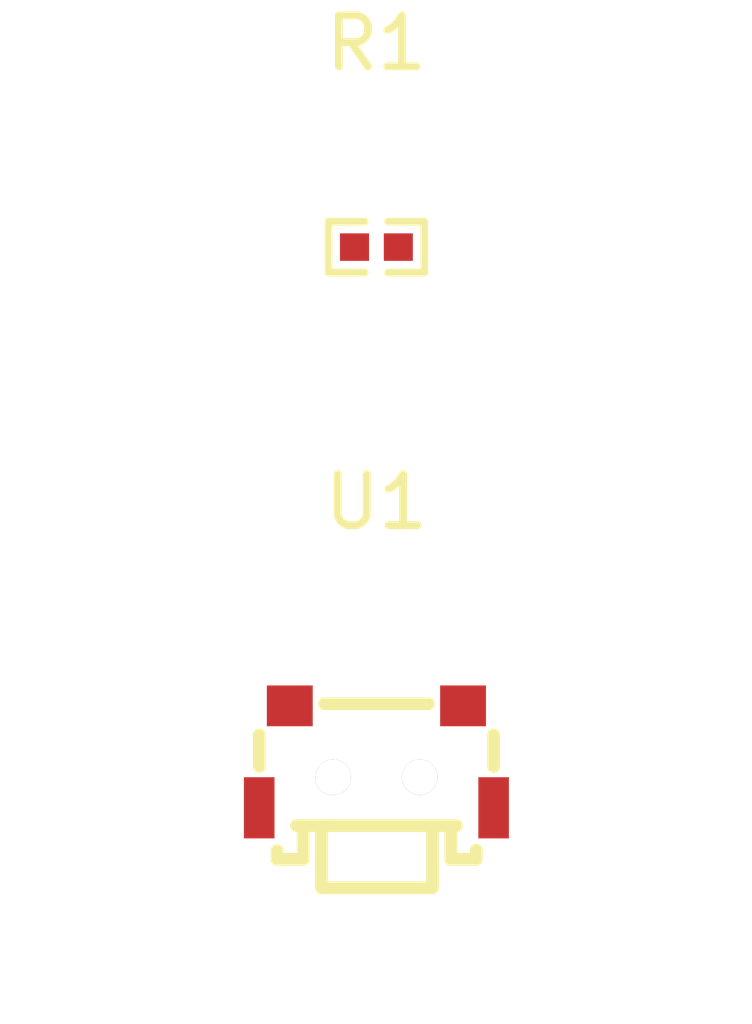
<source format=kicad_pcb>
(kicad_pcb (version 20241229) (generator "atopile") (generator_version "0.3.24")
  (layers (0 "F.Cu" signal) (31 "B.Cu" signal) (34 "B.Paste" user) (35 "F.Paste" user) (36 "B.SilkS" user "B.Silkscreen") (37 "F.SilkS" user "F.Silkscreen") (38 "B.Mask" user) (39 "F.Mask" user) (44 "Edge.Cuts" user))
  (net 0 "")
  (net 1 "hv")
  (net 2 "input")
  (footprint "lib:KEY-SMD_1TS003B" (layer "F.Cu") (at 0 0 0)
    (property "Reference" "U1" (at 0 -5 0) (layer "F.SilkS") (hide no))
    (property "Value" "")
    (fp_line (start -1.08 1.35) (end -1.08 2.57) (stroke (width 0.25)) (layer "F.SilkS"))
    (fp_line (start -1.08 2.57) (end 1.03 2.57) (stroke (width 0.25)) (layer "F.SilkS"))
    (fp_line (start 1.03 2.57) (end 1.1 2.57) (stroke (width 0.25)) (layer "F.SilkS"))
    (fp_line (start 1.1 2.57) (end 1.1 1.35) (stroke (width 0.25)) (layer "F.SilkS"))
    (fp_line (start 2.3 -0.43) (end 2.3 0.19) (stroke (width 0.25)) (layer "F.SilkS"))
    (fp_line (start -1.44 1.5) (end -1.44 2.01) (stroke (width 0.25)) (layer "F.SilkS"))
    (fp_line (start -1.44 2.01) (end -1.95 2.01) (stroke (width 0.25)) (layer "F.SilkS"))
    (fp_line (start -1.95 2.01) (end -1.95 1.84) (stroke (width 0.25)) (layer "F.SilkS"))
    (fp_line (start -1.45 1.35) (end -0.9 1.35) (stroke (width 0.25)) (layer "F.SilkS"))
    (fp_line (start -1.02 -1.04) (end 1.02 -1.04) (stroke (width 0.25)) (layer "F.SilkS"))
    (fp_line (start 1.96 1.83) (end 1.96 2.01) (stroke (width 0.25)) (layer "F.SilkS"))
    (fp_line (start 1.96 2.01) (end 1.46 2.01) (stroke (width 0.25)) (layer "F.SilkS"))
    (fp_line (start 1.46 2.01) (end 1.46 1.5) (stroke (width 0.25)) (layer "F.SilkS"))
    (fp_line (start -2.3 -0.43) (end -2.3 0.19) (stroke (width 0.25)) (layer "F.SilkS"))
    (fp_line (start -0.9 1.35) (end 1.57 1.35) (stroke (width 0.25)) (layer "F.SilkS"))
    (fp_line (start -1.45 1.35) (end -1.57 1.35) (stroke (width 0.25)) (layer "F.SilkS"))
    (fp_text user "${REFERENCE}" (at 0 -5 0) (layer "F.SilkS"))
    (pad "2" smd rect (at -1.7 -1 90) (size 0.8 0.9) (layers "F.Cu" "F.Paste" "F.Mask"))
    (pad "1" smd rect (at 1.7 -1 90) (size 0.8 0.9) (layers "F.Cu" "F.Paste" "F.Mask"))
    (pad "3" smd rect (at -2.3 1 180) (size 0.6 1.2) (layers "F.Cu" "F.Paste" "F.Mask"))
    (pad "4" smd rect (at 2.3 1 180) (size 0.6 1.2) (layers "F.Cu" "F.Paste" "F.Mask"))
    (pad "" thru_hole circle (at -0.85 0.4 0) (size 0.7 0.7) (drill 0.7) (layers "*.Cu" "*.Mask"))
    (pad "" thru_hole circle (at 0.85 0.4 0) (size 0.7 0.7) (drill 0.7) (layers "*.Cu" "*.Mask"))
  )
  (footprint "atopile:R0402-56259e" (layer "F.Cu") (at 0 -10 0)
    (property "Reference" "R1" (at 0 -4 0) (layer "F.SilkS") (hide no))
    (property "Value" "10kΩ ±1% 62.5mW")
    (fp_line (start -0.23 0.5) (end -0.94 0.5) (stroke (width 0.15)) (layer "F.SilkS"))
    (fp_line (start -0.94 0.5) (end -0.94 -0.5) (stroke (width 0.15)) (layer "F.SilkS"))
    (fp_line (start -0.94 -0.5) (end -0.23 -0.5) (stroke (width 0.15)) (layer "F.SilkS"))
    (fp_line (start 0.23 0.5) (end 0.94 0.5) (stroke (width 0.15)) (layer "F.SilkS"))
    (fp_line (start 0.94 0.5) (end 0.94 -0.5) (stroke (width 0.15)) (layer "F.SilkS"))
    (fp_line (start 0.94 -0.5) (end 0.23 -0.5) (stroke (width 0.15)) (layer "F.SilkS"))
    (fp_text user "${REFERENCE}" (at 0 -4 0) (layer "F.SilkS"))
    (pad "2" smd rect (at 0.43 0 0) (size 0.57 0.54) (layers "F.Cu" "F.Paste" "F.Mask") (net 2 "input"))
    (pad "1" smd rect (at -0.43 0 0) (size 0.57 0.54) (layers "F.Cu" "F.Paste" "F.Mask") (net 1 "hv"))
  )
)
</source>
